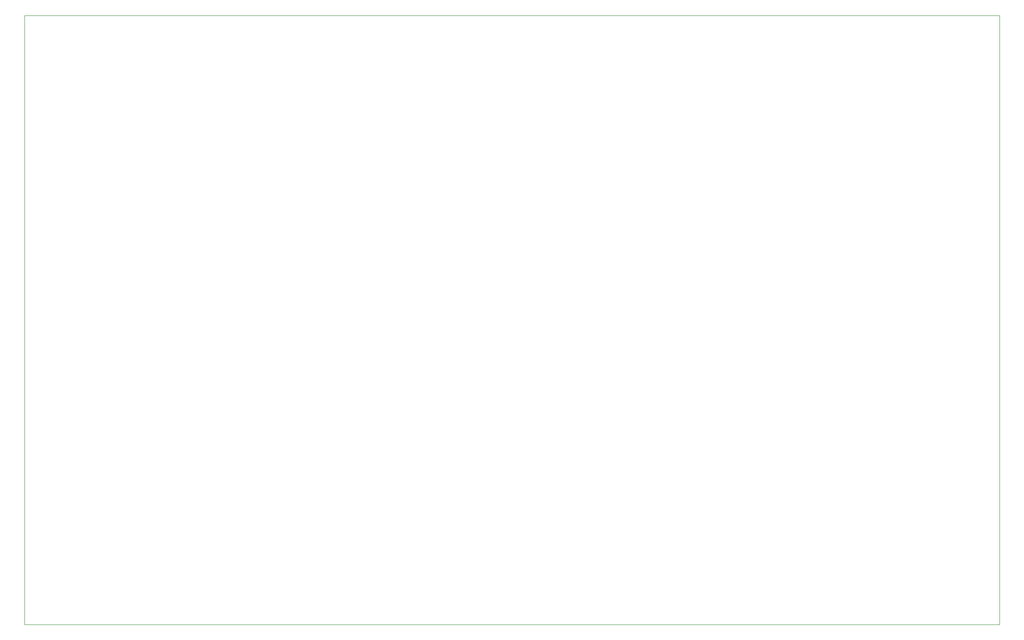
<source format=gm1>
%TF.GenerationSoftware,KiCad,Pcbnew,(5.1.10)-1*%
%TF.CreationDate,2021-11-09T21:50:18+08:00*%
%TF.ProjectId,S3_Schematic,53335f53-6368-4656-9d61-7469632e6b69,rev?*%
%TF.SameCoordinates,Original*%
%TF.FileFunction,Profile,NP*%
%FSLAX46Y46*%
G04 Gerber Fmt 4.6, Leading zero omitted, Abs format (unit mm)*
G04 Created by KiCad (PCBNEW (5.1.10)-1) date 2021-11-09 21:50:18*
%MOMM*%
%LPD*%
G01*
G04 APERTURE LIST*
%TA.AperFunction,Profile*%
%ADD10C,0.100000*%
%TD*%
G04 APERTURE END LIST*
D10*
X257000000Y-150000000D02*
X257000000Y-30000000D01*
X65000000Y-150000000D02*
X257000000Y-150000000D01*
X65000000Y-150000000D02*
X65000000Y-30000000D01*
X65000000Y-30000000D02*
X257000000Y-30000000D01*
M02*

</source>
